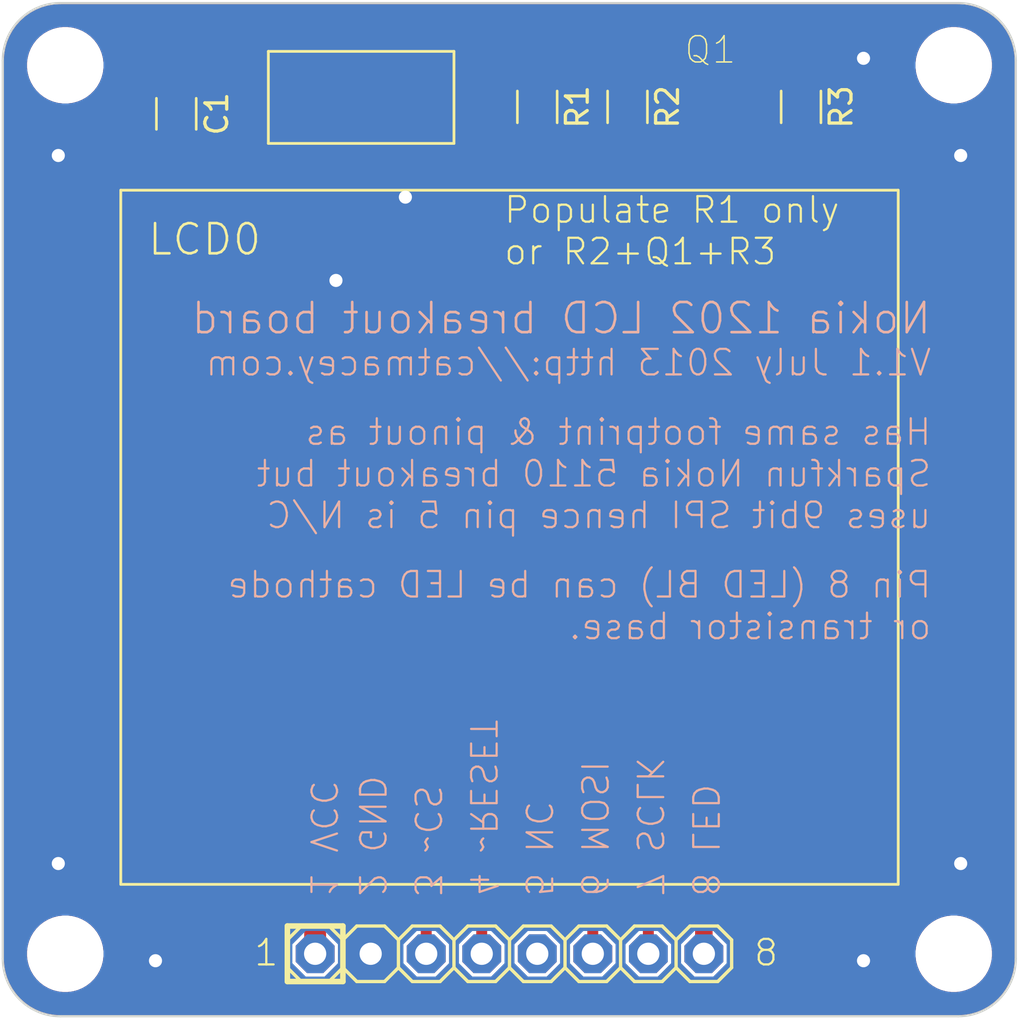
<source format=kicad_pcb>
(kicad_pcb (version 20241229) (generator "pcbnew") (generator_version "9.0")
  (layers (0 "F.Cu" signal) (2 "B.Cu" signal) (13 "F.Paste" user) (15 "B.Paste" user) (5 "F.SilkS" user "F.Silkscreen") (7 "B.SilkS" user "B.Silkscreen") (1 "F.Mask" user) (3 "B.Mask" user) (25 "Edge.Cuts" user))
  (net 0 "")
  (net 1 "GND")
  (net 2 "+3V3")
  (net 3 "N$9")
  (net 4 "BL")
  (net 5 "N$8")
  (net 6 "N$10")
  (net 7 "MOSI")
  (net 8 "SCLK")
  (net 9 "N$1")
  (net 10 "N$2")
  (footprint "Resistor_SMD:R_1206_3216Metric_Pad1.30x1.75mm_HandSolder" (layer "F.Cu") (at 149.7811 86.58235 -90)
    (property "Reference" "R1" (at 0 -1.83 270) (layer "F.SilkS"))
    (property "Value" "0")
    (fp_line (start -0.727064 0.91) (end 0.727064 0.91) (stroke (width 0.12)) (layer "F.SilkS"))
    (fp_line (start -0.727064 -0.91) (end 0.727064 -0.91) (stroke (width 0.12)) (layer "F.SilkS"))
    (pad "1" smd roundrect (at -1.55 0 270) (size 1.3 1.75) (layers "F.Cu" "F.Mask" "F.Paste") (roundrect_rratio 0.192308) (net 5 "N$8"))
    (pad "2" smd roundrect (at 1.55 0 270) (size 1.3 1.75) (layers "F.Cu" "F.Mask" "F.Paste") (roundrect_rratio 0.192308) (net 4 "BL"))
  )
  (footprint "Nokia 1202 breakout:1X08" (layer "F.Cu") (at 148.5111 125.31735)
    (property "Reference" "JP1" (hide yes))
    (property "Value" "")
    (fp_line (start -10.16 -0.635) (end -10.16 0.635) (stroke (width 0.1524)) (layer "F.SilkS"))
    (fp_line (start -10.16 0.635) (end -9.525 1.27) (stroke (width 0.1524)) (layer "F.SilkS"))
    (fp_line (start -9.525 -1.27) (end -10.16 -0.635) (stroke (width 0.1524)) (layer "F.SilkS"))
    (fp_line (start -9.525 -1.27) (end -8.255 -1.27) (stroke (width 0.1524)) (layer "F.SilkS"))
    (fp_line (start -8.255 -1.27) (end -7.62 -0.635) (stroke (width 0.1524)) (layer "F.SilkS"))
    (fp_line (start -8.255 1.27) (end -9.525 1.27) (stroke (width 0.1524)) (layer "F.SilkS"))
    (fp_line (start -7.62 -0.635) (end -7.62 0.635) (stroke (width 0.1524)) (layer "F.SilkS"))
    (fp_line (start -7.62 -0.635) (end -6.985 -1.27) (stroke (width 0.1524)) (layer "F.SilkS"))
    (fp_line (start -7.62 0.635) (end -8.255 1.27) (stroke (width 0.1524)) (layer "F.SilkS"))
    (fp_line (start -6.985 -1.27) (end -5.715 -1.27) (stroke (width 0.1524)) (layer "F.SilkS"))
    (fp_line (start -6.985 1.27) (end -7.62 0.635) (stroke (width 0.1524)) (layer "F.SilkS"))
    (fp_line (start -5.715 -1.27) (end -5.08 -0.635) (stroke (width 0.1524)) (layer "F.SilkS"))
    (fp_line (start -5.715 1.27) (end -6.985 1.27) (stroke (width 0.1524)) (layer "F.SilkS"))
    (fp_line (start -5.08 -0.635) (end -5.08 0.635) (stroke (width 0.1524)) (layer "F.SilkS"))
    (fp_line (start -5.08 -0.635) (end -4.445 -1.27) (stroke (width 0.1524)) (layer "F.SilkS"))
    (fp_line (start -5.08 0.635) (end -5.715 1.27) (stroke (width 0.1524)) (layer "F.SilkS"))
    (fp_line (start -4.445 -1.27) (end -3.175 -1.27) (stroke (width 0.1524)) (layer "F.SilkS"))
    (fp_line (start -4.445 1.27) (end -5.08 0.635) (stroke (width 0.1524)) (layer "F.SilkS"))
    (fp_line (start -3.175 -1.27) (end -2.54 -0.635) (stroke (width 0.1524)) (layer "F.SilkS"))
    (fp_line (start -3.175 1.27) (end -4.445 1.27) (stroke (width 0.1524)) (layer "F.SilkS"))
    (fp_line (start -2.54 -0.635) (end -2.54 0.635) (stroke (width 0.1524)) (layer "F.SilkS"))
    (fp_line (start -2.54 0.635) (end -3.175 1.27) (stroke (width 0.1524)) (layer "F.SilkS"))
    (fp_line (start -2.54 0.635) (end -1.905 1.27) (stroke (width 0.1524)) (layer "F.SilkS"))
    (fp_line (start -1.905 -1.27) (end -2.54 -0.635) (stroke (width 0.1524)) (layer "F.SilkS"))
    (fp_line (start -1.905 -1.27) (end -0.635 -1.27) (stroke (width 0.1524)) (layer "F.SilkS"))
    (fp_line (start -0.635 -1.27) (end 0 -0.635) (stroke (width 0.1524)) (layer "F.SilkS"))
    (fp_line (start -0.635 1.27) (end -1.905 1.27) (stroke (width 0.1524)) (layer "F.SilkS"))
    (fp_line (start 0 -0.635) (end 0 0.635) (stroke (width 0.1524)) (layer "F.SilkS"))
    (fp_line (start 0 -0.635) (end 0.635 -1.27) (stroke (width 0.1524)) (layer "F.SilkS"))
    (fp_line (start 0 0.635) (end -0.635 1.27) (stroke (width 0.1524)) (layer "F.SilkS"))
    (fp_line (start 0.635 -1.27) (end 1.905 -1.27) (stroke (width 0.1524)) (layer "F.SilkS"))
    (fp_line (start 0.635 1.27) (end 0 0.635) (stroke (width 0.1524)) (layer "F.SilkS"))
    (fp_line (start 1.905 -1.27) (end 2.54 -0.635) (stroke (width 0.1524)) (layer "F.SilkS"))
    (fp_line (start 1.905 1.27) (end 0.635 1.27) (stroke (width 0.1524)) (layer "F.SilkS"))
    (fp_line (start 2.54 -0.635) (end 2.54 0.635) (stroke (width 0.1524)) (layer "F.SilkS"))
    (fp_line (start 2.54 -0.635) (end 3.175 -1.27) (stroke (width 0.1524)) (layer "F.SilkS"))
    (fp_line (start 2.54 0.635) (end 1.905 1.27) (stroke (width 0.1524)) (layer "F.SilkS"))
    (fp_line (start 3.175 -1.27) (end 4.445 -1.27) (stroke (width 0.1524)) (layer "F.SilkS"))
    (fp_line (start 3.175 1.27) (end 2.54 0.635) (stroke (width 0.1524)) (layer "F.SilkS"))
    (fp_line (start 4.445 -1.27) (end 5.08 -0.635) (stroke (width 0.1524)) (layer "F.SilkS"))
    (fp_line (start 4.445 1.27) (end 3.175 1.27) (stroke (width 0.1524)) (layer "F.SilkS"))
    (fp_line (start 5.08 -0.635) (end 5.08 0.635) (stroke (width 0.1524)) (layer "F.SilkS"))
    (fp_line (start 5.08 0.635) (end 4.445 1.27) (stroke (width 0.1524)) (layer "F.SilkS"))
    (fp_line (start 5.08 0.635) (end 5.715 1.27) (stroke (width 0.1524)) (layer "F.SilkS"))
    (fp_line (start 5.715 -1.27) (end 5.08 -0.635) (stroke (width 0.1524)) (layer "F.SilkS"))
    (fp_line (start 5.715 -1.27) (end 6.985 -1.27) (stroke (width 0.1524)) (layer "F.SilkS"))
    (fp_line (start 6.985 -1.27) (end 7.62 -0.635) (stroke (width 0.1524)) (layer "F.SilkS"))
    (fp_line (start 6.985 1.27) (end 5.715 1.27) (stroke (width 0.1524)) (layer "F.SilkS"))
    (fp_line (start 7.62 -0.635) (end 7.62 0.635) (stroke (width 0.1524)) (layer "F.SilkS"))
    (fp_line (start 7.62 0.635) (end 6.985 1.27) (stroke (width 0.1524)) (layer "F.SilkS"))
    (fp_line (start 7.62 0.635) (end 8.255 1.27) (stroke (width 0.1524)) (layer "F.SilkS"))
    (fp_line (start 8.255 -1.27) (end 7.62 -0.635) (stroke (width 0.1524)) (layer "F.SilkS"))
    (fp_line (start 8.255 -1.27) (end 9.525 -1.27) (stroke (width 0.1524)) (layer "F.SilkS"))
    (fp_line (start 9.525 -1.27) (end 10.16 -0.635) (stroke (width 0.1524)) (layer "F.SilkS"))
    (fp_line (start 9.525 1.27) (end 8.255 1.27) (stroke (width 0.1524)) (layer "F.SilkS"))
    (fp_line (start 10.16 -0.635) (end 10.16 0.635) (stroke (width 0.1524)) (layer "F.SilkS"))
    (fp_line (start 10.16 0.635) (end 9.525 1.27) (stroke (width 0.1524)) (layer "F.SilkS"))
    (pad "1" thru_hole roundrect (at -8.89 0 90) (size 1.778 1.778) (drill 1.016) (layers "*.Cu" "*.Mask") (chamfer_ratio 0.2928932188) (chamfer top_left top_right bottom_left bottom_right) (net 2 "+3V3"))
    (pad "2" thru_hole roundrect (at -6.35 0 90) (size 1.778 1.778) (drill 1.016) (layers "*.Cu" "*.Mask") (chamfer_ratio 0.2928932188) (chamfer top_left top_right bottom_left bottom_right) (net 1 "GND"))
    (pad "3" thru_hole roundrect (at -3.81 0 90) (size 1.778 1.778) (drill 1.016) (layers "*.Cu" "*.Mask") (chamfer_ratio 0.2928932188) (chamfer top_left top_right bottom_left bottom_right) (net 9 "N$1"))
    (pad "4" thru_hole roundrect (at -1.27 0 90) (size 1.778 1.778) (drill 1.016) (layers "*.Cu" "*.Mask") (chamfer_ratio 0.2928932188) (chamfer top_left top_right bottom_left bottom_right) (net 10 "N$2"))
    (pad "5" thru_hole roundrect (at 1.27 0 90) (size 1.778 1.778) (drill 1.016) (layers "*.Cu" "*.Mask") (chamfer_ratio 0.2928932188) (chamfer top_left top_right bottom_left bottom_right))
    (pad "6" thru_hole roundrect (at 3.81 0 90) (size 1.778 1.778) (drill 1.016) (layers "*.Cu" "*.Mask") (chamfer_ratio 0.2928932188) (chamfer top_left top_right bottom_left bottom_right) (net 7 "MOSI"))
    (pad "7" thru_hole roundrect (at 6.35 0 90) (size 1.778 1.778) (drill 1.016) (layers "*.Cu" "*.Mask") (chamfer_ratio 0.2928932188) (chamfer top_left top_right bottom_left bottom_right) (net 8 "SCLK"))
    (pad "8" thru_hole roundrect (at 8.89 0 90) (size 1.778 1.778) (drill 1.016) (layers "*.Cu" "*.Mask") (chamfer_ratio 0.2928932188) (chamfer top_left top_right bottom_left bottom_right) (net 4 "BL"))
  )
  (footprint "Nokia 1202 breakout:dummyfp0" (layer "F.Cu") (at 128.1911 84.67735)
    (property "Reference" "UNK_HOLE_0" (hide yes))
    (property "Value" "")
    (pad "" np_thru_hole circle (at 0 0) (size 3 3) (drill 3) (layers "*.Cu" "*.Mask"))
  )
  (footprint "Resistor_SMD:R_1206_3216Metric_Pad1.30x1.75mm_HandSolder" (layer "F.Cu") (at 161.8461 86.58235 -90)
    (property "Reference" "R3" (at 0 -1.83 270) (layer "F.SilkS"))
    (property "Value" "2K")
    (fp_line (start -0.727064 0.91) (end 0.727064 0.91) (stroke (width 0.12)) (layer "F.SilkS"))
    (fp_line (start -0.727064 -0.91) (end 0.727064 -0.91) (stroke (width 0.12)) (layer "F.SilkS"))
    (pad "1" smd roundrect (at -1.55 0 270) (size 1.3 1.75) (layers "F.Cu" "F.Mask" "F.Paste") (roundrect_rratio 0.192308) (net 3 "N$9"))
    (pad "2" smd roundrect (at 1.55 0 270) (size 1.3 1.75) (layers "F.Cu" "F.Mask" "F.Paste") (roundrect_rratio 0.192308) (net 4 "BL"))
  )
  (footprint "Resistor_SMD:R_1206_3216Metric_Pad1.30x1.75mm_HandSolder" (layer "F.Cu") (at 153.9086 86.58235 -90)
    (property "Reference" "R2" (at 0 -1.83 270) (layer "F.SilkS"))
    (property "Value" "100")
    (fp_line (start -0.727064 0.91) (end 0.727064 0.91) (stroke (width 0.12)) (layer "F.SilkS"))
    (fp_line (start -0.727064 -0.91) (end 0.727064 -0.91) (stroke (width 0.12)) (layer "F.SilkS"))
    (pad "1" smd roundrect (at -1.55 0 270) (size 1.3 1.75) (layers "F.Cu" "F.Mask" "F.Paste") (roundrect_rratio 0.192308) (net 5 "N$8"))
    (pad "2" smd roundrect (at 1.55 0 270) (size 1.3 1.75) (layers "F.Cu" "F.Mask" "F.Paste") (roundrect_rratio 0.192308) (net 6 "N$10"))
  )
  (footprint "Nokia 1202 breakout:NOKIA-1202_LCD" (layer "F.Cu") (at 148.5111 108.17235)
    (property "Reference" "LCD0" (at -16.62 -14.72 0) (layer "F.SilkS") (effects (font (size 1.38 1.38) (thickness 0.12)) (justify left bottom)))
    (property "Value" "NOKIA-1202_LCD")
    (fp_line (start -17.78 -17.78) (end 17.78 -17.78) (stroke (width 0.127)) (layer "F.SilkS"))
    (fp_line (start -17.78 13.97) (end -17.78 -17.78) (stroke (width 0.127)) (layer "F.SilkS"))
    (fp_line (start -11.03 -24.13) (end -11.03 -19.92) (stroke (width 0.127)) (layer "F.SilkS"))
    (fp_line (start -11.03 -19.92) (end -2.54 -19.92) (stroke (width 0.127)) (layer "F.SilkS"))
    (fp_line (start -2.54 -24.13) (end -11.03 -24.13) (stroke (width 0.127)) (layer "F.SilkS"))
    (fp_line (start -2.54 -19.92) (end -2.54 -24.13) (stroke (width 0.127)) (layer "F.SilkS"))
    (fp_line (start 17.78 -17.78) (end 17.78 13.97) (stroke (width 0.127)) (layer "F.SilkS"))
    (fp_line (start 17.78 13.97) (end -17.78 13.97) (stroke (width 0.127)) (layer "F.SilkS"))
    (pad "0" smd rect (at -10.09 -22.044) (size 0.32 3) (layers "F.Cu" "F.Mask" "F.Paste"))
    (pad "1" smd rect (at -9.49 -22.044) (size 0.32 2.8) (layers "F.Cu" "F.Mask" "F.Paste") (net 10 "N$2"))
    (pad "2" smd rect (at -8.89 -22.044) (size 0.32 2.8) (layers "F.Cu" "F.Mask" "F.Paste") (net 9 "N$1"))
    (pad "3" smd rect (at -8.29 -22.044) (size 0.32 2.8) (layers "F.Cu" "F.Mask" "F.Paste") (net 1 "GND"))
    (pad "4" smd rect (at -7.69 -22.044) (size 0.32 2.8) (layers "F.Cu" "F.Mask" "F.Paste") (net 7 "MOSI"))
    (pad "5" smd rect (at -7.09 -22.044) (size 0.32 2.8) (layers "F.Cu" "F.Mask" "F.Paste") (net 8 "SCLK"))
    (pad "6" smd rect (at -6.49 -22.044) (size 0.32 2.8) (layers "F.Cu" "F.Mask" "F.Paste") (net 2 "+3V3"))
    (pad "7" smd rect (at -5.89 -22.044) (size 0.32 2.8) (layers "F.Cu" "F.Mask" "F.Paste") (net 2 "+3V3"))
    (pad "8" smd rect (at -5.29 -22.044) (size 0.32 2.8) (layers "F.Cu" "F.Mask" "F.Paste") (net 1 "GND"))
    (pad "9" smd rect (at -4.69 -22.044) (size 0.32 2.8) (layers "F.Cu" "F.Mask" "F.Paste") (net 5 "N$8"))
    (pad "10" smd rect (at -4.09 -22.044) (size 0.32 2.8) (layers "F.Cu" "F.Mask" "F.Paste") (net 2 "+3V3"))
    (pad "11" smd rect (at -3.49 -22.044) (size 0.32 3) (layers "F.Cu" "F.Mask" "F.Paste"))
  )
  (footprint "Capacitor_SMD:C_1206_3216Metric_Pad1.33x1.80mm_HandSolder" (layer "F.Cu") (at 133.2711 86.89985 -90)
    (property "Reference" "C1" (at 0 -1.85 270) (layer "F.SilkS"))
    (property "Value" "0.1")
    (fp_line (start -0.711252 0.91) (end 0.711252 0.91) (stroke (width 0.12)) (layer "F.SilkS"))
    (fp_line (start -0.711252 -0.91) (end 0.711252 -0.91) (stroke (width 0.12)) (layer "F.SilkS"))
    (pad "1" smd roundrect (at -1.5625 0 270) (size 1.325 1.8) (layers "F.Cu" "F.Mask" "F.Paste") (roundrect_rratio 0.188679) (net 2 "+3V3"))
    (pad "2" smd roundrect (at 1.5625 0 270) (size 1.325 1.8) (layers "F.Cu" "F.Mask" "F.Paste") (roundrect_rratio 0.188679) (net 1 "GND"))
  )
  (footprint "Nokia 1202 breakout:dummyfp3" (layer "F.Cu") (at 128.1911 125.31735)
    (property "Reference" "UNK_HOLE_3" (hide yes))
    (property "Value" "")
    (pad "" np_thru_hole circle (at 0 0) (size 3 3) (drill 3) (layers "*.Cu" "*.Mask"))
  )
  (footprint "Nokia 1202 breakout:dummyfp1" (layer "F.Cu") (at 168.8311 84.67735)
    (property "Reference" "UNK_HOLE_1" (hide yes))
    (property "Value" "")
    (pad "" np_thru_hole circle (at 0 0) (size 3 3) (drill 3) (layers "*.Cu" "*.Mask"))
  )
  (footprint "Nokia 1202 breakout:dummyfp2" (layer "F.Cu") (at 168.8311 125.31735)
    (property "Reference" "UNK_HOLE_2" (hide yes))
    (property "Value" "")
    (pad "" np_thru_hole circle (at 0 0) (size 3 3) (drill 3) (layers "*.Cu" "*.Mask"))
  )
  (footprint "Nokia 1202 breakout:SOT23" (layer "F.Cu") (at 157.7186 86.58235 180)
    (property "Reference" "Q1" (at 1.27 1.905 0) (layer "F.SilkS") (effects (font (size 1.20335 1.20335) (thickness 0.06665)) (justify left bottom)))
    (property "Value" "BC847C")
    (pad "1" smd rect (at -0.95 1.1 180) (size 1 1.4) (layers "F.Cu" "F.Mask" "F.Paste") (net 3 "N$9"))
    (pad "2" smd rect (at 0.95 1.1 180) (size 1 1.4) (layers "F.Cu" "F.Mask" "F.Paste") (net 1 "GND"))
    (pad "3" smd rect (at 0 -1.1 180) (size 1 1.4) (layers "F.Cu" "F.Mask" "F.Paste") (net 6 "N$10"))
  )
  (gr_line (start 140.8911 124.04735) (end 138.3511 124.04735) (stroke (width 0.254)) (layer "F.SilkS"))
  (gr_line (start 138.3511 124.04735) (end 138.3511 126.58735) (stroke (width 0.254)) (layer "F.SilkS"))
  (gr_line (start 138.3511 126.58735) (end 140.8911 126.58735) (stroke (width 0.254)) (layer "F.SilkS"))
  (gr_line (start 140.8911 126.58735) (end 140.8911 124.04735) (stroke (width 0.254)) (layer "F.SilkS"))
  (gr_line (start 169.0336 81.83235) (end 127.9686 81.83235) (stroke (width 0.1)) (layer "Edge.Cuts"))
  (gr_line (start 127.9686 128.17485) (end 169.0336 128.17485) (stroke (width 0.1)) (layer "Edge.Cuts"))
  (gr_line (start 125.3336 84.46735) (end 125.3336 125.53985) (stroke (width 0.1)) (layer "Edge.Cuts"))
  (gr_line (start 171.6686 125.53985) (end 171.6686 84.46735) (stroke (width 0.1)) (layer "Edge.Cuts"))
  (gr_arc (start 169.0336 81.83235) (mid 170.896826 82.604124) (end 171.6686 84.46735) (stroke (width 0.1)) (layer "Edge.Cuts"))
  (gr_arc (start 171.6686 125.53985) (mid 170.896826 127.403076) (end 169.0336 128.17485) (stroke (width 0.1)) (layer "Edge.Cuts"))
  (gr_arc (start 125.3336 84.46735) (mid 126.105374 82.604124) (end 127.9686 81.83235) (stroke (width 0.1)) (layer "Edge.Cuts"))
  (gr_arc (start 127.9686 128.17485) (mid 126.105374 127.403076) (end 125.3336 125.53985) (stroke (width 0.1)) (layer "Edge.Cuts"))
  (gr_text "1" (at 136.7636 125.95235 0) (layer "F.SilkS") (effects (font (size 1.1684 1.1684) (thickness 0.1016)) (justify left bottom)))
  (gr_text "Populate R1 only" (at 148.1936 91.97985 0) (layer "F.SilkS") (effects (font (size 1.1684 1.1684) (thickness 0.1016)) (justify left bottom)))
  (gr_text "or R2+Q1+R3" (at 148.1936 93.88485 0) (layer "F.SilkS") (effects (font (size 1.1684 1.1684) (thickness 0.1016)) (justify left bottom)))
  (gr_text "8" (at 159.6236 125.95235 0) (layer "F.SilkS") (effects (font (size 1.1684 1.1684) (thickness 0.1016)) (justify left bottom)))
  (gr_text "Sparkfun Nokia 5110 breakout but" (at 167.8786 104.04485 -0) (layer "B.SilkS") (effects (font (size 1.1684 1.1684) (thickness 0.1016)) (justify left bottom mirror)))
  (gr_text "8 LED" (at 156.7661 122.77735 -90) (layer "B.SilkS") (effects (font (size 1.1684 1.1684) (thickness 0.1016)) (justify left bottom mirror)))
  (gr_text "3 ~CS" (at 144.0661 122.77735 -90) (layer "B.SilkS") (effects (font (size 1.1684 1.1684) (thickness 0.1016)) (justify left bottom mirror)))
  (gr_text "7 SCLK" (at 154.2261 122.77735 -90) (layer "B.SilkS") (effects (font (size 1.1684 1.1684) (thickness 0.1016)) (justify left bottom mirror)))
  (gr_text "6 MOSI" (at 151.6861 122.77735 -90) (layer "B.SilkS") (effects (font (size 1.1684 1.1684) (thickness 0.1016)) (justify left bottom mirror)))
  (gr_text "uses 9bit SPI hence pin 5 is N/C" (at 167.8786 105.94985 -0) (layer "B.SilkS") (effects (font (size 1.1684 1.1684) (thickness 0.1016)) (justify left bottom mirror)))
  (gr_text "1 VCC" (at 139.3036 122.77735 -90) (layer "B.SilkS") (effects (font (size 1.1684 1.1684) (thickness 0.1016)) (justify left bottom mirror)))
  (gr_text "or transistor base." (at 167.8786 111.02985 -0) (layer "B.SilkS") (effects (font (size 1.1684 1.1684) (thickness 0.1016)) (justify left bottom mirror)))
  (gr_text "Pin 8 (LED BL) can be LED cathode" (at 167.8786 109.12485 -0) (layer "B.SilkS") (effects (font (size 1.1684 1.1684) (thickness 0.1016)) (justify left bottom mirror)))
  (gr_text "4 ~RESET" (at 146.6061 122.77735 -90) (layer "B.SilkS") (effects (font (size 1.1684 1.1684) (thickness 0.1016)) (justify left bottom mirror)))
  (gr_text "2 GND" (at 141.5261 122.77735 -90) (layer "B.SilkS") (effects (font (size 1.1684 1.1684) (thickness 0.1016)) (justify left bottom mirror)))
  (gr_text "V1.1 July 2013 http://catmacey.com" (at 167.8786 98.96485 -0) (layer "B.SilkS") (effects (font (size 1.1684 1.1684) (thickness 0.1016)) (justify left bottom mirror)))
  (gr_text "Nokia 1202 LCD breakout board" (at 167.8786 97.05985 -0) (layer "B.SilkS") (effects (font (size 1.38 1.38) (thickness 0.12)) (justify left bottom mirror)))
  (gr_text "Has same footprint & pinout as" (at 167.8786 102.13985 -0) (layer "B.SilkS") (effects (font (size 1.1684 1.1684) (thickness 0.1016)) (justify left bottom mirror)))
  (gr_text "5 NC" (at 149.1461 122.77735 -90) (layer "B.SilkS") (effects (font (size 1.1684 1.1684) (thickness 0.1016)) (justify left bottom mirror)))
  (via (at 164.7036 84.35985) (size 0.9048) (drill 0.6) (layers "F.Cu" "B.Cu") (net 1))
  (via (at 169.1486 88.80485) (size 0.9048) (drill 0.6) (layers "F.Cu" "B.Cu") (net 1))
  (via (at 169.1486 121.18985) (size 0.9048) (drill 0.6) (layers "F.Cu" "B.Cu") (net 1))
  (via (at 140.5736 94.51985) (size 0.9048) (drill 0.6) (layers "F.Cu" "B.Cu") (net 1))
  (via (at 127.8736 88.80485) (size 0.9048) (drill 0.6) (layers "F.Cu" "B.Cu") (net 1))
  (via (at 143.7486 90.70985) (size 0.9048) (drill 0.6) (layers "F.Cu" "B.Cu") (net 1))
  (via (at 127.8736 121.18985) (size 0.9048) (drill 0.6) (layers "F.Cu" "B.Cu") (net 1))
  (via (at 132.3186 125.63485) (size 0.9048) (drill 0.6) (layers "F.Cu" "B.Cu") (net 1))
  (via (at 164.7036 125.63485) (size 0.9048) (drill 0.6) (layers "F.Cu" "B.Cu") (net 1))
  (segment (start 135.8111 84.35985) (end 135.8111 85.88385) (width 1) (layer "F.Cu") (net 2))
  (segment (start 135.8111 85.3) (end 133.30845 85.3) (width 1) (layer "F.Cu") (net 2))
  (segment (start 139.6211 125.31735) (end 139.6211 101.82235) (width 1) (layer "F.Cu") (net 2))
  (segment (start 137.37095 82.8) (end 135.8111 84.35985) (width 1) (layer "F.Cu") (net 2))
  (segment (start 133.30845 85.3) (end 133.2711 85.33735) (width 0.5) (layer "F.Cu") (net 2))
  (segment (start 144.4211 83.1211) (end 144.4211 86.12835) (width 0.3) (layer "F.Cu") (net 2))
  (segment (start 142.6211 82.8211) (end 142.6 82.8) (width 0.3) (layer "F.Cu") (net 2))
  (segment (start 144.1 82.8) (end 144.4211 83.1211) (width 0.3) (layer "F.Cu") (net 2))
  (segment (start 142.0211 86.12835) (end 142.0211 82.8) (width 0.3) (layer "F.Cu") (net 2))
  (segment (start 135.8111 85.88385) (end 135.8111 85.3) (width 1) (layer "F.Cu") (net 2))
  (segment (start 142.6211 86.12835) (end 142.6211 82.8211) (width 0.3) (layer "F.Cu") (net 2))
  (segment (start 135.8111 98.01235) (end 135.8111 85.88385) (width 1) (layer "F.Cu") (net 2))
  (segment (start 144.1 82.8) (end 137.37095 82.8) (width 1) (layer "F.Cu") (net 2))
  (segment (start 139.6211 101.82235) (end 135.8111 98.01235) (width 1) (layer "F.Cu") (net 2))
  (segment (start 161.77845 85.1) (end 161.8461 85.03235) (width 0.8) (layer "F.Cu") (net 3))
  (segment (start 161.8461 85.03235) (end 161.8461 85.56635) (width 0.254) (layer "F.Cu") (net 3))
  (segment (start 158.6686 85.48235) (end 159.91765 85.48235) (width 0.8) (layer "F.Cu") (net 3))
  (segment (start 160.3 85.1) (end 161.77845 85.1) (width 0.8) (layer "F.Cu") (net 3))
  (segment (start 159.91765 85.48235) (end 160.3 85.1) (width 0.8) (layer "F.Cu") (net 3))
  (segment (start 160.5761 89.75735) (end 158.9886 89.75735) (width 0.8) (layer "F.Cu") (net 4))
  (segment (start 149.7811 88.48735) (end 149.7811 87.59835) (width 0.254) (layer "F.Cu") (net 4))
  (segment (start 157.4011 89.75735) (end 158.9886 89.75735) (width 0.8) (layer "F.Cu") (net 4))
  (segment (start 161.8461 87.59835) (end 161.8461 88.48735) (width 0.254) (layer "F.Cu") (net 4))
  (segment (start 157.4011 125.31735) (end 157.4011 89.75735) (width 0.8) (layer "F.Cu") (net 4))
  (segment (start 151.0511 89.75735) (end 149.7811 88.48735) (width 0.8) (layer "F.Cu") (net 4))
  (segment (start 161.8461 88.48735) (end 160.5761 89.75735) (width 0.8) (layer "F.Cu") (net 4))
  (segment (start 157.4011 89.75735) (end 151.0511 89.75735) (width 0.8) (layer "F.Cu") (net 4))
  (segment (start 146.9236 86.58235) (end 146.9236 88.80485) (width 0.8) (layer "F.Cu") (net 5))
  (segment (start 153.9086 85.03235) (end 148.4736 85.03235) (width 0.8) (layer "F.Cu") (net 5))
  (segment (start 143.8211 88.87735) (end 144.3836 89.43985) (width 0.5) (layer "F.Cu") (net 5))
  (segment (start 148.4736 85.03235) (end 146.9236 86.58235) (width 0.8) (layer "F.Cu") (net 5))
  (segment (start 146.9236 88.80485) (end 146.2886 89.43985) (width 0.8) (layer "F.Cu") (net 5))
  (segment (start 143.8211 88.87735) (end 143.8211 86.12835) (width 0.3) (layer "F.Cu") (net 5))
  (segment (start 146.2886 89.43985) (end 144.3836 89.43985) (width 0.8) (layer "F.Cu") (net 5))
  (segment (start 156.11765 87.68235) (end 157.7186 87.68235) (width 0.8) (layer "F.Cu") (net 6))
  (segment (start 153.9086 87.59835) (end 153.9086 88.13235) (width 0.254) (layer "F.Cu") (net 6))
  (segment (start 155.7 88.1) (end 156.11765 87.68235) (width 0.8) (layer "F.Cu") (net 6))
  (segment (start 153.9086 88.13235) (end 153.94095 88.1) (width 0.8) (layer "F.Cu") (net 6))
  (segment (start 153.94095 88.1) (end 155.7 88.1) (width 0.8) (layer "F.Cu") (net 6))
  (segment (start 152.3211 103.72735) (end 152.3211 125.31735) (width 0.5) (layer "F.Cu") (net 7))
  (segment (start 140.8211 92.22735) (end 140.8211 86.12835) (width 0.3) (layer "F.Cu") (net 7))
  (segment (start 140.8211 92.22735) (end 152.3211 103.72735) (width 0.5) (layer "F.Cu") (net 7))
  (segment (start 141.4211 90.92235) (end 154.8611 104.36235) (width 0.5) (layer "F.Cu") (net 8))
  (segment (start 154.8611 104.36235) (end 154.8611 125.31735) (width 0.5) (layer "F.Cu") (net 8))
  (segment (start 141.4211 90.92235) (end 141.4211 86.12835) (width 0.3) (layer "F.Cu") (net 8))
  (segment (start 137.7161 84.04235) (end 139.3036 84.04235) (width 0.3) (layer "F.Cu") (net 9))
  (segment (start 144.7011 103.72735) (end 144.7011 125.31735) (width 0.5) (layer "F.Cu") (net 9))
  (segment (start 139.6211 84.35985) (end 139.6211 86.12835) (width 0.3) (layer "F.Cu") (net 9))
  (segment (start 137.0811 84.67735) (end 137.7161 84.04235) (width 0.3) (layer "F.Cu") (net 9))
  (segment (start 139.3036 84.04235) (end 139.6211 84.35985) (width 0.3) (layer "F.Cu") (net 9))
  (segment (start 137.0811 84.67735) (end 137.0811 96.10735) (width 0.5) (layer "F.Cu") (net 9))
  (segment (start 137.0811 96.10735) (end 144.7011 103.72735) (width 0.5) (layer "F.Cu") (net 9))
  (segment (start 139.0211 95.50735) (end 147.2411 103.72735) (width 0.5) (layer "F.Cu") (net 10))
  (segment (start 139.0211 89.6) (end 139.0211 95.50735) (width 0.5) (layer "F.Cu") (net 10))
  (segment (start 139.0211 86.12835) (end 139.0211 89.6) (width 0.3) (layer "F.Cu") (net 10))
  (segment (start 147.2411 103.72735) (end 147.2411 125.31735) (width 0.5) (layer "F.Cu") (net 10))
  (zone (net 1) (net_name "GND") (layer "F.Cu") (priority 6) (connect_pads yes (clearance 0.254)) (min_thickness 0.127) (fill yes (thermal_gap 0.304) (thermal_bridge_width 0.304) (smoothing fillet))
    (polygon (pts (xy 171.8156 125.543688) (xy 171.795692 125.8728) (xy 171.735567 126.200896) (xy 171.636332 126.519351) (xy 171.499435 126.823524) (xy 171.326872 127.108977) (xy 171.121161 127.371548) (xy 170.885298 127.607411) (xy 170.622727 127.813122) (xy 170.337274 127.985685) (xy 170.033101 128.122582) (xy 169.714646 128.221817) (xy 169.38655 128.281942) (xy 169.057438 128.30185) (xy 125.2066 128.30185) (xy 125.2066 84.451012) (xy 125.226508 84.1219) (xy 125.286633 83.793804) (xy 125.385868 83.475349) (xy 125.522765 83.171176) (xy 125.695328 82.885723) (xy 125.901039 82.623152) (xy 126.136902 82.387289) (xy 126.399473 82.181578) (xy 126.684926 82.009015) (xy 126.989099 81.872118) (xy 127.307554 81.772883) (xy 127.63565 81.712758) (xy 127.964762 81.69285) (xy 171.8156 81.69285)))
  )
  (zone (net 1) (net_name "GND") (layer "B.Cu") (priority 6) (connect_pads yes (clearance 0.000001)) (min_thickness 0.127) (fill yes (thermal_gap 0.304) (thermal_bridge_width 0.304) (smoothing fillet))
    (polygon (pts (xy 171.8156 128.30185) (xy 125.2066 128.30185) (xy 125.2066 81.69285) (xy 171.8156 81.69285)))
  )
)
</source>
